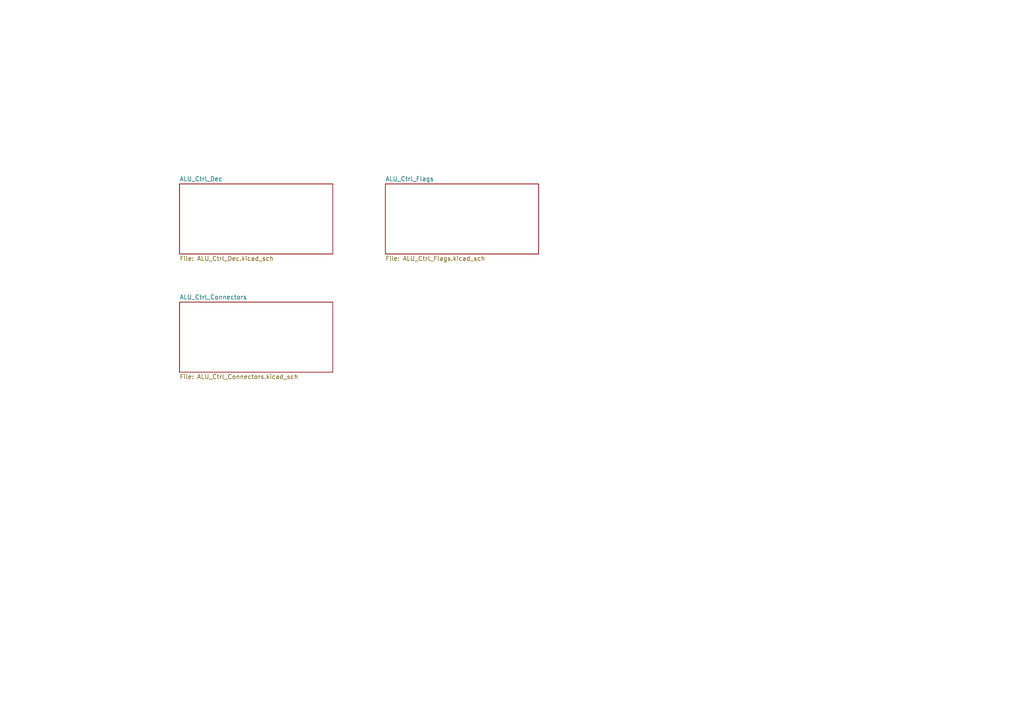
<source format=kicad_sch>
(kicad_sch (version 20211123) (generator eeschema)
  (paper "A4")
  (title_block (title "ALU制御") (company "Cherry Tech"))
  (lib_symbols)
  (sheet (at 52.07 87.63) (size 44.45 20.32) (stroke (width 0.1524))
    (property "Sheet name" "ALU_Ctrl_Connectors" (at 52.07 86.9184 0) (effects (justify left bottom)))
    (property "Sheet file" "ALU_Ctrl_Connectors.kicad_sch" (at 52.07 108.5346 0) (effects (justify left top)))
  )
  (sheet (at 52.07 53.34) (size 44.45 20.32) (stroke (width 0.1524))
    (property "Sheet name" "ALU_Ctrl_Dec" (at 52.07 52.6284 0) (effects (justify left bottom)))
    (property "Sheet file" "ALU_Ctrl_Dec.kicad_sch" (at 52.07 74.2446 0) (effects (justify left top)))
  )
  (sheet (at 111.76 53.34) (size 44.45 20.32) (stroke (width 0.1524))
    (property "Sheet name" "ALU_Ctrl_Flags" (at 111.76 52.6284 0) (effects (justify left bottom)))
    (property "Sheet file" "ALU_Ctrl_Flags.kicad_sch" (at 111.76 74.2446 0) (effects (justify left top)))
  )
)
</source>
